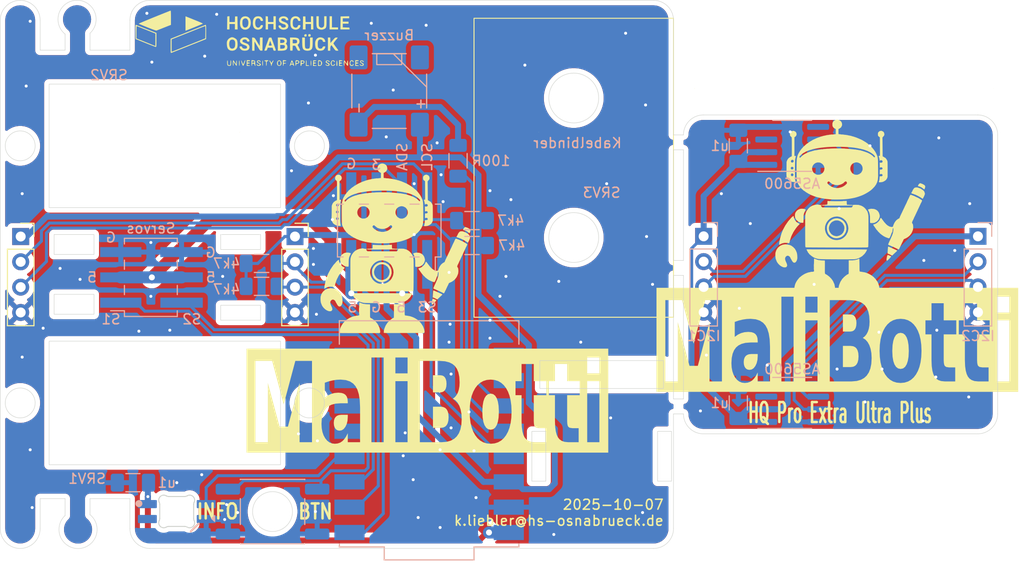
<source format=kicad_pcb>
(kicad_pcb (version 20241229) (generator "pcbnew") (generator_version "9.0")
  (layers (0 "F.Cu" signal) (2 "B.Cu" signal) (13 "F.Paste" user) (15 "B.Paste" user) (5 "F.SilkS" user "F.Silkscreen") (7 "B.SilkS" user "B.Silkscreen") (1 "F.Mask" user) (3 "B.Mask" user) (25 "Edge.Cuts" user))
  (net 0 "")
  (net 2 "GND")
  (net 3 "+5V")
  (net 4 "SRV1")
  (net 5 "SRV2")
  (net 6 "SRV3")
  (net 7 "+3.3V")
  (net 8 "Net-(BZ1--)")
  (net 9 "GND1")
  (net 10 "SDA")
  (net 11 "SCL")
  (net 12 "+3.3VP")
  (net 13 "BUZZER")
  (net 14 "Net-(J3-Pin_3)")
  (net 15 "Net-(J3-Pin_2)")
  (net 16 "Net-(J4-Pin_2)")
  (net 17 "Net-(J4-Pin_3)")
  (net 18 "SCL1")
  (net 19 "SDA1")
  (net 24 "RGB_LED")
  (net 25 "Net-(U1-GPIO9)")
  (footprint "Connector_PinSocket_2.54mm:PinSocket_1x04_P2.54mm_Vertical" (layer "F.Cu") (at 129.55 96.2)
    (property "Reference" "J6" (hide yes))
    (property "Value" "I2C2")
  )
  (footprint "liebler_MECH:SG90_PCB" (layer "F.Cu") (at 110.9 87.1)
    (property "Reference" "SRV2")
    (property "Value" "Servo SG90")
    (fp_rect (start -6 -6.2) (end 17.2 6.2) (stroke (width 0.05)) (fill no) (layer "Edge.Cuts"))
    (fp_circle (center -8.9 0) (end -8.9 -1.5) (stroke (width 0.05)) (fill no) (layer "Edge.Cuts"))
    (fp_circle (center 20.1 0) (end 20.1 -1.5) (stroke (width 0.05)) (fill no) (layer "Edge.Cuts"))
  )
  (footprint "Connector_PinSocket_2.54mm:PinSocket_1x04_P2.54mm_Vertical" (layer "F.Cu") (at 102.05 96.2)
    (property "Reference" "J5" (hide yes))
    (property "Value" "I2C1")
  )
  (footprint "LOGO" (layer "F.Cu") (at 139 97.4)
    (property "Reference" "G***" (hide yes))
    (property "Value" "LOGO" (hide yes))
  )
  (footprint "liebler_MECH:SG90_PCB" (layer "F.Cu") (at 110.9 112.9)
    (property "Reference" "SRV1")
    (property "Value" "Servo SG90")
    (fp_rect (start -6 -6.2) (end 17.2 6.2) (stroke (width 0.05)) (fill no) (layer "Edge.Cuts"))
    (fp_circle (center -8.9 0) (end -8.9 -1.5) (stroke (width 0.05)) (fill no) (layer "Edge.Cuts"))
    (fp_circle (center 20.1 0) (end 20.1 -1.5) (stroke (width 0.05)) (fill no) (layer "Edge.Cuts"))
  )
  (footprint "liebler_MECH:SG90_vertical_PCB" (layer "F.Cu") (at 160.3 110.05 90)
    (property "Reference" "SRV3")
    (property "Value" "Servo SG90")
    (fp_rect (start -10.7 -7) (end -5.7 -5.6) (stroke (width 0.05)) (fill no) (layer "Edge.Cuts"))
    (fp_rect (start -1.4 -6.2) (end 1.4 6.2) (stroke (width 0.05)) (fill no) (layer "Edge.Cuts"))
    (fp_rect (start -10.7 5.6) (end -5.7 7) (stroke (width 0.05)) (fill no) (layer "Edge.Cuts"))
  )
  (footprint "LOGO" (layer "F.Cu") (at 184.6 93)
    (property "Reference" "G***" (hide yes))
    (property "Value" "LOGO" (hide yes))
  )
  (footprint "LOGO" (layer "F.Cu") (at 125 76.3)
    (property "Reference" "G***" (hide yes))
    (property "Value" "LOGO" (hide yes))
  )
  (footprint "liebler_MECH:Hinge_3040" (layer "F.Cu") (at 167.5 89.3)
    (property "Reference" "H1" (hide yes))
    (property "Value" "Hinge3040")
    (fp_circle (center -10 -7) (end -10 -9.5) (stroke (width 0.05)) (fill no) (layer "Edge.Cuts"))
    (fp_circle (center -10 7) (end -10 4.5) (stroke (width 0.05)) (fill no) (layer "Edge.Cuts"))
  )
  (footprint "liebler_OPTO:SK6812MINI-E_REV" (layer "F.Cu") (at 117.7 123.8)
    (property "Reference" "D21" (hide yes))
    (property "Value" "RGB3")
    (fp_line (start -1.709998 -0.712843) (end -1.709998 0.692841) (stroke (width 0.1)) (layer "Edge.Cuts"))
    (fp_line (start -0.804451 1.489999) (end 0.784453 1.489999) (stroke (width 0.1)) (layer "Edge.Cuts"))
    (fp_line (start 0.784453 -1.51) (end -0.804452 -1.51) (stroke (width 0.1)) (layer "Edge.Cuts"))
    (fp_line (start 1.69 0.692841) (end 1.69 -0.712843) (stroke (width 0.1)) (layer "Edge.Cuts"))
    (fp_arc (start -1.759483 -0.929721) (mid -1.722525 -0.82407) (end -1.709998 -0.712844) (stroke (width 0.1)) (layer "Edge.Cuts"))
    (fp_arc (start -1.759483 -0.929721) (mid -1.648071 -1.514036) (end -1.05671 -1.578299) (stroke (width 0.1)) (layer "Edge.Cuts"))
    (fp_arc (start -1.709998 0.692841) (mid -1.722535 0.804064) (end -1.759483 0.909719) (stroke (width 0.1)) (layer "Edge.Cuts"))
    (fp_arc (start -1.05671 1.558298) (mid -1.648071 1.494034) (end -1.759483 0.909718) (stroke (width 0.1)) (layer "Edge.Cuts"))
    (fp_arc (start -1.05671 1.558298) (mid -0.935122 1.507376) (end -0.804451 1.489999) (stroke (width 0.1)) (layer "Edge.Cuts"))
    (fp_arc (start -0.804452 -1.51) (mid -0.935122 -1.527377) (end -1.05671 -1.578299) (stroke (width 0.1)) (layer "Edge.Cuts"))
    (fp_arc (start 0.784453 1.489999) (mid 0.915123 1.507376) (end 1.036711 1.558298) (stroke (width 0.1)) (layer "Edge.Cuts"))
    (fp_arc (start 1.036712 -1.5783) (mid 0.915124 -1.527378) (end 0.784454 -1.510001) (stroke (width 0.1)) (layer "Edge.Cuts"))
    (fp_arc (start 1.036712 -1.5783) (mid 1.628072 -1.514036) (end 1.739485 -0.929721) (stroke (width 0.1)) (layer "Edge.Cuts"))
    (fp_arc (start 1.69 -0.712843) (mid 1.702528 -0.824069) (end 1.739485 -0.929721) (stroke (width 0.1)) (layer "Edge.Cuts"))
    (fp_arc (start 1.739485 0.909719) (mid 1.628071 1.494033) (end 1.036712 1.558296) (stroke (width 0.1)) (layer "Edge.Cuts"))
    (fp_arc (start 1.739485 0.909719) (mid 1.702528 0.804067) (end 1.69 0.692842) (stroke (width 0.1)) (layer "Edge.Cuts"))
  )
  (footprint "liebler_MECH:XDCR_CMT-7525-80-SMT-TR_handsolder" (layer "B.Cu") (at 139 81.6 90)
    (property "Reference" "BZ1" (hide yes))
    (property "Value" "Buzzer")
  )
  (footprint "Connector_PinHeader_2.54mm:PinHeader_2x04_P2.54mm_Vertical_SMD" (layer "B.Cu") (at 139 95.6 90)
    (property "Reference" "J2" (hide yes))
    (property "Value" "Servos & I2C" (hide yes))
  )
  (footprint "Connector_PinHeader_2.54mm:PinHeader_1x04_P2.54mm_Vertical" (layer "B.Cu") (at 170.525 96.18 180)
    (property "Reference" "J3" (hide yes))
    (property "Value" "I2C1")
  )
  (footprint "Capacitor_SMD:C_1206_3216Metric_Pad1.33x1.80mm_HandSolder" (layer "B.Cu") (at 174 112.9 90)
    (property "Reference" "C1" (hide yes))
    (property "Value" "u1")
  )
  (footprint "Connector_PinHeader_2.54mm:PinHeader_2x03_P2.54mm_Vertical_SMD" (layer "B.Cu") (at 115.1 100.3)
    (property "Reference" "J1" (hide yes))
    (property "Value" "Servos")
  )
  (footprint "Connector_PinHeader_2.54mm:PinHeader_1x04_P2.54mm_Vertical" (layer "B.Cu") (at 198.025 96.18 180)
    (property "Reference" "J4" (hide yes))
    (property "Value" "I2C2")
  )
  (footprint "Resistor_SMD:R_1206_3216Metric_Pad1.30x1.75mm_HandSolder" (layer "B.Cu") (at 147.3 94.6)
    (property "Reference" "R3" (hide yes))
    (property "Value" "4k7")
  )
  (footprint "Resistor_SMD:R_1206_3216Metric_Pad1.30x1.75mm_HandSolder" (layer "B.Cu") (at 126.2 98.9 180)
    (property "Reference" "R5" (hide yes))
    (property "Value" "4k7")
  )
  (footprint "Resistor_SMD:R_1206_3216Metric_Pad1.30x1.75mm_HandSolder" (layer "B.Cu") (at 126.2 101.2 180)
    (property "Reference" "R6" (hide yes))
    (property "Value" "4k7")
  )
  (footprint "Capacitor_SMD:C_1206_3216Metric_Pad1.33x1.80mm_HandSolder" (layer "B.Cu") (at 113.3 120.9 180)
    (property "Reference" "C3" (hide yes))
    (property "Value" "u1")
  )
  (footprint "liebler_MODULES:MODULE_ESP32-C3_SUPERMINI" (layer "B.Cu") (at 143 116)
    (property "Reference" "U1" (hide yes))
    (property "Value" "ESP32-C3_SUPERMINI_SMD")
  )
  (footprint "liebler_SEMICONDUCTORS:SOIC-8_3.9x4.9mm_P1.27mm_handsolder" (layer "B.Cu") (at 179.4 112.9)
    (property "Reference" "U3" (hide yes))
    (property "Value" "AS5600")
  )
  (footprint "Capacitor_SMD:C_1206_3216Metric_Pad1.33x1.80mm_HandSolder" (layer "B.Cu") (at 174 87.1 90)
    (property "Reference" "C2" (hide yes))
    (property "Value" "u1")
  )
  (footprint "Resistor_SMD:R_1206_3216Metric_Pad1.30x1.75mm_HandSolder" (layer "B.Cu") (at 147.3 97.1)
    (property "Reference" "R4" (hide yes))
    (property "Value" "4k7")
  )
  (footprint "Resistor_SMD:R_1206_3216Metric_Pad1.30x1.75mm_HandSolder" (layer "B.Cu") (at 145.9 88.6 -90)
    (property "Reference" "R2" (hide yes))
    (property "Value" "100R")
  )
  (footprint "liebler_SEMICONDUCTORS:SOIC-8_3.9x4.9mm_P1.27mm_handsolder" (layer "B.Cu") (at 179.4 87.1)
    (property "Reference" "U2" (hide yes))
    (property "Value" "AS5600")
  )
  (footprint "liebler_MECH:SW_Push_1P1T_NO_6x6mm_H6.5mm_Reverse" (layer "B.Cu") (at 127.3 123.8 180)
    (property "Reference" "SW8" (hide yes))
    (property "Value" "BTN")
    (fp_circle (center 0 0) (end 0 2) (stroke (width 0.05)) (fill no) (layer "Edge.Cuts"))
  )
  (gr_line (start 167.5 98.6) (end 167.5 87.5) (stroke (width 0.05)) (layer "Edge.Cuts"))
  (gr_rect (start 105.4 102) (end 109.4 104) (stroke (width 0.05)) (fill no) (layer "Edge.Cuts"))
  (gr_line (start 167.5 125.5) (end 167.5 114) (stroke (width 0.05)) (layer "Edge.Cuts"))
  (gr_line (start 106.5 75.886605) (end 106.5 77.5) (stroke (width 0.05)) (layer "Edge.Cuts"))
  (gr_line (start 170.5 116) (end 198 116) (stroke (width 0.05)) (layer "Edge.Cuts"))
  (gr_arc (start 170.5 116) (mid 169.085786 115.414214) (end 168.5 114) (stroke (width 0.05)) (layer "Edge.Cuts"))
  (gr_arc (start 106.5 75.886606) (mid 107.633855 72.490649) (end 109 75.8) (stroke (width 0.05)) (layer "Edge.Cuts"))
  (gr_arc (start 104 125.5) (mid 102 127.5) (end 100 125.5) (stroke (width 0.05)) (layer "Edge.Cuts"))
  (gr_line (start 200 114) (end 200 86) (stroke (width 0.05)) (layer "Edge.Cuts"))
  (gr_arc (start 200 114) (mid 199.414214 115.414214) (end 198 116) (stroke (width 0.05)) (layer "Edge.Cuts"))
  (gr_arc (start 113 74.5) (mid 113.585786 73.085786) (end 115 72.5) (stroke (width 0.05)) (layer "Edge.Cuts"))
  (gr_line (start 167.5 86) (end 167.5 74.5) (stroke (width 0.05)) (layer "Edge.Cuts"))
  (gr_line (start 113 122.5) (end 113 125.5) (stroke (width 0.05)) (layer "Edge.Cuts"))
  (gr_rect (start 122.1 96) (end 126.1 97.5) (stroke (width 0.05)) (fill no) (layer "Edge.Cuts"))
  (gr_arc (start 102 72.5) (mid 103.414214 73.085786) (end 104 74.5) (stroke (width 0.05)) (layer "Edge.Cuts"))
  (gr_arc (start 109 124.113394) (mid 107.866145 127.509351) (end 106.5 124.2) (stroke (width 0.05)) (layer "Edge.Cuts"))
  (gr_line (start 104 122.5) (end 106.5 122.5) (stroke (width 0.05)) (layer "Edge.Cuts"))
  (gr_line (start 198 84) (end 170.5 84) (stroke (width 0.05)) (layer "Edge.Cuts"))
  (gr_line (start 104 77.5) (end 104 74.5) (stroke (width 0.05)) (layer "Edge.Cuts"))
  (gr_line (start 168.5 100.1) (end 168.5 112.5) (stroke (width 0.05)) (layer "Edge.Cuts"))
  (gr_line (start 113 77.5) (end 109 77.5) (stroke (width 0.05)) (layer "Edge.Cuts"))
  (gr_line (start 167.5 87.5) (end 168.5 87.5) (stroke (width 0.05)) (layer "Edge.Cuts"))
  (gr_rect (start 122.1 103.1) (end 126.1 104.6) (stroke (width 0.05)) (fill no) (layer "Edge.Cuts"))
  (gr_arc (start 168.5 86) (mid 169.085786 84.585786) (end 170.5 84) (stroke (width 0.05)) (layer "Edge.Cuts"))
  (gr_arc (start 115 127.5) (mid 113.585786 126.914214) (end 113 125.5) (stroke (width 0.05)) (layer "Edge.Cuts"))
  (gr_arc (start 167.5 125.5) (mid 166.914214 126.914214) (end 165.5 127.5) (stroke (width 0.05)) (layer "Edge.Cuts"))
  (gr_line (start 104 125.5) (end 104 122.5) (stroke (width 0.05)) (layer "Edge.Cuts"))
  (gr_line (start 109 122.5) (end 113 122.5) (stroke (width 0.05)) (layer "Edge.Cuts"))
  (gr_line (start 109 124.113395) (end 109 122.5) (stroke (width 0.05)) (layer "Edge.Cuts"))
  (gr_arc (start 165.5 72.5) (mid 166.914214 73.085786) (end 167.5 74.5) (stroke (width 0.05)) (layer "Edge.Cuts"))
  (gr_line (start 167.5 100.1) (end 168.5 100.1) (stroke (width 0.05)) (layer "Edge.Cuts"))
  (gr_line (start 115 127.5) (end 165.5 127.5) (stroke (width 0.05)) (layer "Edge.Cuts"))
  (gr_line (start 167.5 86) (end 168.5 86) (stroke (width 0.05)) (layer "Edge.Cuts"))
  (gr_arc (start 198 84) (mid 199.414214 84.585786) (end 200 86) (stroke (width 0.05)) (layer "Edge.Cuts"))
  (gr_line (start 167.5 98.6) (end 168.5 98.6) (stroke (width 0.05)) (layer "Edge.Cuts"))
  (gr_line (start 106.5 77.5) (end 104 77.5) (stroke (width 0.05)) (layer "Edge.Cuts"))
  (gr_line (start 100 86) (end 100 125.5) (stroke (width 0.05)) (layer "Edge.Cuts"))
  (gr_line (start 167.5 114) (end 168.5 114) (stroke (width 0.05)) (layer "Edge.Cuts"))
  (gr_line (start 167.5 112.5) (end 168.5 112.5) (stroke (width 0.05)) (layer "Edge.Cuts"))
  (gr_line (start 115 72.5) (end 165.5 72.5) (stroke (width 0.05)) (layer "Edge.Cuts"))
  (gr_line (start 109 77.5) (end 109 75.8) (stroke (width 0.05)) (layer "Edge.Cuts"))
  (gr_line (start 100 86) (end 100 74.5) (stroke (width 0.05)) (layer "Edge.Cuts"))
  (gr_line (start 113 74.5) (end 113 77.5) (stroke (width 0.05)) (layer "Edge.Cuts"))
  (gr_rect (start 105.4 96) (end 109.4 98) (stroke (width 0.05)) (fill no) (layer "Edge.Cuts"))
  (gr_line (start 167.5 112.5) (end 167.5 100.1) (stroke (width 0.05)) (layer "Edge.Cuts"))
  (gr_arc (start 100 74.5) (mid 100.585786 73.085786) (end 102 72.5) (stroke (width 0.05)) (layer "Edge.Cuts"))
  (gr_line (start 106.5 122.5) (end 106.5 124.2) (stroke (width 0.05)) (layer "Edge.Cuts"))
  (gr_line (start 168.5 87.5) (end 168.5 98.6) (stroke (width 0.05)) (layer "Edge.Cuts"))
  (gr_text "INFO\n" (at 121.8 123.8 0) (layer "F.SilkS") (effects (font (size 1.5 1.2) (thickness 0.25) (bold yes))))
  (gr_text "2025-10-07\nk.liebler@hs-osnabrueck.de" (at 166.6 125.3 0) (layer "F.SilkS") (effects (font (size 1 1)) (justify right bottom)))
  (gr_text "MaliBotti" (at 183.9 112.1 0) (layer "F.SilkS" knockout) (effects (font (size 8 5) (thickness 0.5) (bold yes)) (justify bottom)))
  (gr_text "MaliBotti" (at 142.8 118.2 0) (layer "F.SilkS" knockout) (effects (font (size 8 5) (thickness 0.5) (bold yes)) (justify bottom)))
  (gr_text "HQ Pro Extra Ultra Plus" (at 184.2 113.9 0) (layer "F.SilkS") (effects (font (size 2 1) (thickness 0.25) (bold yes))))
  (gr_text "SDA" (at 140.3 88.2 90) (layer "B.SilkS") (effects (font (size 1 1)) (justify mirror)))
  (gr_text "Kabelbinder" (at 162.4 87.4 0) (layer "B.SilkS") (effects (font (size 1 1)) (justify left bottom mirror)))
  (gr_text "S3" (at 142.8 103.3 0) (layer "B.SilkS") (effects (font (size 1 1)) (justify mirror)))
  (gr_text "S2" (at 119.2 104.5 0) (layer "B.SilkS") (effects (font (size 1 1)) (justify mirror)))
  (gr_text "G" (at 111.1 96.3 0) (layer "B.SilkS") (effects (font (size 1 1)) (justify mirror)))
  (gr_text "G" (at 135.2 88.9 0) (layer "B.SilkS") (effects (font (size 1 1)) (justify mirror)))
  (gr_text "3" (at 137.7 89 0) (layer "B.SilkS") (effects (font (size 1 1)) (justify mirror)))
  (gr_text "5" (at 121.1 100.3 0) (layer "B.SilkS") (effects (font (size 1 1)) (justify mirror)))
  (gr_text "SCL" (at 142.8 88.2 90) (layer "B.SilkS") (effects (font (size 1 1)) (justify mirror)))
  (gr_text "5" (at 140.2 103.3 0) (layer "B.SilkS") (effects (font (size 1 1)) (justify mirror)))
  (gr_text "5" (at 135.3 103.3 0) (layer "B.SilkS") (effects (font (size 1 1)) (justify mirror)))
  (gr_text "5" (at 109.2 100.3 0) (layer "B.SilkS") (effects (font (size 1 1)) (justify mirror)))
  (gr_text "S1" (at 111.1 104.5 0) (layer "B.SilkS") (effects (font (size 1 1)) (justify mirror)))
  (gr_text "G" (at 121.1 97.8 0) (layer "B.SilkS") (effects (font (size 1 1)) (justify mirror)))
  (gr_text "G" (at 137.7 103.3 0) (layer "B.SilkS") (effects (font (size 1 1)) (justify mirror)))
  (via (at 115.2 78.7) (size 0.6) (drill 0.3) (layers "F.Cu" "B.Cu") (net 2))
  (via (at 131.7 104) (size 0.6) (drill 0.3) (layers "F.Cu" "B.Cu") (net 2))
  (via (at 122.7 123.1) (size 0.6) (drill 0.3) (layers "F.Cu" "B.Cu") (net 2))
  (via (at 131.6 78) (size 0.6) (drill 0.3) (layers "F.Cu" "B.Cu") (net 2))
  (via (at 114.7 73.8) (size 0.6) (drill 0.3) (layers "F.Cu" "B.Cu") (net 2))
  (via (at 145 99.8) (size 0.6) (drill 0.3) (layers "F.Cu" "B.Cu") (net 2))
  (via (at 129.2 89.6) (size 0.6) (drill 0.3) (layers "F.Cu" "B.Cu") (net 2))
  (via (at 164.7 83) (size 0.6) (drill 0.3) (layers "F.Cu" "B.Cu") (net 2))
  (via (at 130.9 82.8) (size 0.6) (drill 0.3) (layers "F.Cu" "B.Cu") (net 2))
  (via (at 164.8 96.2) (size 0.6) (drill 0.3) (layers "F.Cu" "B.Cu") (net 2))
  (via (at 152.6 79) (size 0.6) (drill 0.3) (layers "F.Cu" "B.Cu") (net 2))
  (via (at 144.4 92.7) (size 0.6) (drill 0.3) (layers "F.Cu" "B.Cu") (net 2))
  (via (at 162.7 75.8) (size 0.6) (drill 0.3) (layers "F.Cu" "B.Cu") (net 2))
  (via (at 149.1 106.4) (size 0.6) (drill 0.3) (layers "F.Cu" "B.Cu") (net 2))
  (via (at 149.1 104.6) (size 0.6) (drill 0.3) (layers "F.Cu" "B.Cu") (net 2))
  (via (at 145.2 115.4) (size 0.6) (drill 0.3) (layers "F.Cu" "B.Cu") (net 2))
  (via (at 158.2 106.8) (size 0.6) (drill 0.3) (layers "F.Cu" "B.Cu") (net 2))
  (via (at 131.6 123.8) (size 0.6) (drill 0.3) (layers "F.Cu" "B.Cu") (net 2))
  (via (at 131.8 116.7) (size 0.6) (drill 0.3) (layers "F.Cu" "B.Cu") (net 2))
  (via (at 104.3 105.4) (size 0.6) (drill 0.3) (layers "F.Cu" "B.Cu") (net 2))
  (via (at 145 106.8) (size 0.6) (drill 0.3) (layers "F.Cu" "B.Cu") (net 2))
  (via (at 142.7 75) (size 0.6) (drill 0.3) (layers "F.Cu" "B.Cu") (net 2))
  (via (at 120.5 78.1) (size 0.6) (drill 0.3) (layers "F.Cu" "B.Cu") (net 2))
  (via (at 141.9 124.4) (size 0.6) (drill 0.3) (layers "F.Cu" "B.Cu") (net 2))
  (via (at 113.9 105.7) (size 0.6) (drill 0.3) (layers "F.Cu" "B.Cu") (net 2))
  (via (at 123.8 123.9) (size 0.6) (drill 0.3) (layers "F.Cu" "B.Cu") (net 2))
  (via (at 161.2 114.4) (size 0.6) (drill 0.3) (layers "F.Cu" "B.Cu") (net 2))
  (via (at 139.4 81.5) (size 0.6) (drill 0.3) (layers "F.Cu" "B.Cu") (net 2))
  (via (at 144.2 90) (size 0.6) (drill 0.3) (layers "F.Cu" "B.Cu") (net 2))
  (via (at 103.2 123.4) (size 0.6) (drill 0.3) (layers "F.Cu" "B.Cu") (net 2))
  (via (at 150.1 102.2) (size 0.6) (drill 0.3) (layers "F.Cu" "B.Cu") (net 2))
  (via (at 102.2 91.9) (size 0.6) (drill 0.3) (layers "F.Cu" "B.Cu") (net 2))
  (via (at 117 105.6) (size 0.6) (drill 0.3) (layers "F.Cu" "B.Cu") (net 2))
  (via (at 103 74.6) (size 0.6) (drill 0.3) (layers "F.Cu" "B.Cu") (net 2))
  (via (at 165.4 101) (size 0.6) (drill 0.3) (layers "F.Cu" "B.Cu") (net 2))
  (via (at 115.1 102.2) (size 0.6) (drill 0.3) (layers "F.Cu" "B.Cu") (net 2))
  (via (at 160.8 90.9) (size 0.6) (drill 0.3) (layers "F.Cu" "B.Cu") (net 2))
  (via (at 141.4 120.6) (size 0.6) (drill 0.3) (layers "F.Cu" "B.Cu") (net 2))
  (via (at 143.8 86.8) (size 0.6) (drill 0.3) (layers "F.Cu" "B.Cu") (net 2))
  (via (at 129.9 116) (size 0.6) (drill 0.3) (layers "F.Cu" "B.Cu") (net 2))
  (via (at 122.3 100.2) (size 0.6) (drill 0.3) (layers "F.Cu" "B.Cu") (net 2))
  (via (at 137.2 74.8) (size 0.6) (drill 0.3) (layers "F.Cu" "B.Cu") (net 2))
  (via (at 115.1 96.8) (size 0.6) (drill 0.3) (layers "F.Cu" "B.Cu") (net 2))
  (via (at 117.7 120.9) (size 0.6) (drill 0.3) (layers "F.Cu" "B.Cu") (net 2))
  (via (at 164.4 123.9) (size 0.6) (drill 0.3) (layers "F.Cu" "B.Cu") (net 2))
  (via (at 121.7 73.9) (size 0.6) (drill 0.3) (layers "F.Cu" "B.Cu") (net 2))
  (via (at 140.4 118.2) (size 0.6) (drill 0.3) (layers "F.Cu" "B.Cu") (net 2))
  (via (at 106 99.4) (size 0.6) (drill 0.3) (layers "F.Cu" "B.Cu") (net 2))
  (via (at 108 100.5) (size 0.6) (drill 0.3) (layers "F.Cu" "B.Cu") (net 2))
  (via (at 145.2 110) (size 0.6) (drill 0.3) (layers "F.Cu" "B.Cu") (net 2))
  (via (at 131.4 97.4) (size 0.6) (drill 0.3) (layers "F.Cu" "B.Cu") (net 2))
  (via (at 145.1 105) (size 0.6) (drill 0.3) (layers "F.Cu" "B.Cu") (net 2))
  (via (at 147 113.8) (size 0.6) (drill 0.3) (layers "F.Cu" "B.Cu") (net 2))
  (via (at 155.5 126.1) (size 0.6) (drill 0.3) (layers "F.Cu" "B.Cu") (net 2))
  (via (at 103 117.6) (size 0.6) (drill 0.3) (layers "F.Cu" "B.Cu") (net 2))
  (via (at 102.6 81.1) (size 0.6) (drill 0.3) (layers "F.Cu" "B.Cu") (net 2))
  (via (at 144.1 117.6) (size 0.6) (drill 0.3) (layers "F.Cu" "B.Cu") (net 2))
  (via (at 147.5 117.7) (size 0.6) (drill 0.3) (layers "F.Cu" "B.Cu") (net 2))
  (via (at 140.6 115.9) (size 0.6) (drill 0.3) (layers "F.Cu" "B.Cu") (net 2))
  (via (at 138.7 86.2) (size 0.6) (drill 0.3) (layers "F.Cu" "B.Cu") (net 2))
  (via (at 144.1 125.4) (size 0.6) (drill 0.3) (layers "F.Cu" "B.Cu") (net 2))
  (via (at 133.3 94.5) (size 0.6) (drill 0.3) (layers "F.Cu" "B.Cu") (net 2))
  (via (at 151.2 92.5) (size 0.6) (drill 0.3) (layers "F.Cu" "B.Cu") (net 2))
  (via (at 141.5 90.9) (size 0.6) (drill 0.3) (layers "F.Cu" "B.Cu") (net 2))
  (via (at 102.2 108.3) (size 0.6) (drill 0.3) (layers "F.Cu" "B.Cu") (net 2))
  (via (at 147.7 122.4) (size 0.6) (drill 0.3) (layers "F.Cu" "B.Cu") (net 2))
  (via (at 141.5 96) (size 0.6) (drill 0.3) (layers "F.Cu" "B.Cu") (net 2))
  (via (at 122.5 124.6) (size 0.6) (drill 0.3) (layers "F.Cu" "B.Cu") (net 2))
  (via (at 156 100.7) (size 0.6) (drill 0.3) (layers "F.Cu" "B.Cu") (net 2))
  (via (at 150.7 100.2) (size 0.6) (drill 0.3) (layers "F.Cu" "B.Cu") (net 2))
  (via (at 131.4 99) (size 0.6) (drill 0.3) (layers "F.Cu" "B.Cu") (net 2))
  (via (at 133.4 92.1) (size 0.6) (drill 0.3) (layers "F.Cu" "B.Cu") (net 2))
  (via (at 120.2 120.1) (size 0.6) (drill 0.3) (layers "F.Cu" "B.Cu") (net 2))
  (via (at 149.1 91.6) (size 0.6) (drill 0.3) (layers "F.Cu" "B.Cu") (net 2))
  (segment (start 122.45 124.55) (end 122.5 124.6) (width 0.6) (layer "B.Cu") (net 2))
  (segment (start 120.65 124.55) (end 122.45 124.55) (width 0.6) (layer "B.Cu") (net 2))
  (segment (start 136.4 92.2) (end 136.396 92.204) (width 0.6) (layer "B.Cu") (net 2))
  (segment (start 122.825 124.925) (end 122.5 124.6) (width 0.6) (layer "B.Cu") (net 2))
  (segment (start 122.825 126.05) (end 122.825 124.925) (width 0.6) (layer "B.Cu") (net 2))
  (segment (start 135.194 92.204) (end 136.396 92.204) (width 0.6) (layer "B.Cu") (net 2))
  (segment (start 131.201 94.549) (end 133.1 96.448) (width 1.2) (layer "F.Cu") (net 3))
  (segment (start 140.3 101.9) (end 143 104.6) (width 1.2) (layer "F.Cu") (net 3))
  (segment (start 148.001 126.699) (end 129.062213 126.699) (width 0.6) (layer "F.Cu") (net 3))
  (segment (start 120.951 94.549) (end 131.201 94.549) (width 1.2) (layer "F.Cu") (net 3))
  (segment (start 143 119.9) (end 149 125.9) (width 1.2) (layer "F.Cu") (net 3))
  (segment (start 149 125.9) (end 148.8 125.9) (width 0.6) (layer "F.Cu") (net 3))
  (segment (start 115.3 126.3) (end 114.8 125.8) (width 0.6) (layer "F.Cu") (net 3))
  (segment (start 118.6 126.699) (end 115.699 126.699) (width 0.6) (layer "F.Cu") (net 3))
  (segment (start 133.1 99.8) (end 135.2 101.9) (width 1.2) (layer "F.Cu") (net 3))
  (segment (start 114.8 125.8) (end 114.8 122.3) (width 0.6) (layer "F.Cu") (net 3))
  (segment (start 129.062213 126.699) (end 118.6 126.699) (width 0.6) (layer "F.Cu") (net 3))
  (segment (start 115.2 100.3) (end 120.951 94.549) (width 1.2) (layer "F.Cu") (net 3))
  (segment (start 148.8 125.9) (end 148.001 126.699) (width 0.6) (layer "F.Cu") (net 3))
  (segment (start 115.699 126.699) (end 115.3 126.3) (width 0.6) (layer "F.Cu") (net 3))
  (segment (start 133.1 96.448) (end 133.1 99.8) (width 1.2) (layer "F.Cu") (net 3))
  (segment (start 143 104.6) (end 143 119.9) (width 1.2) (layer "F.Cu") (net 3))
  (segment (start 140.3 101.9) (end 135.2 101.9) (width 1.2) (layer "F.Cu") (net 3))
  (via (at 140.3 101.9) (size 1.2) (drill 0.6) (layers "F.Cu" "B.Cu") (net 3))
  (via (at 135.2 101.9) (size 1.2) (drill 0.6) (layers "F.Cu" "B.Cu") (net 3))
  (via (at 115.2 100.3) (size 1.2) (drill 0.6) (layers "F.Cu" "B.Cu") (net 3))
  (via (at 114.8 122.3) (size 0.6) (drill 0.3) (layers "F.Cu" "B.Cu") (net 3))
  (via (at 149 125.9) (size 1.2) (drill 0.6) (layers "F.Cu" "B.Cu") (net 3))
  (segment (start 114.8 122.3) (end 114.8 123) (width 0.6) (layer "B.Cu") (net 3))
  (segment (start 150.985 125.9) (end 149 125.9) (width 1.2) (layer "B.Cu") (net 3))
  (segment (start 114.8 122.3) (end 114.8 120.9625) (width 0.6) (layer "B.Cu") (net 3))
  (segment (start 135.2 101.9) (end 135.2 99.01) (width 1.2) (layer "B.Cu") (net 3))
  (segment (start 114.8 120.9625) (end 114.8625 120.9) (width 0.6) (layer "B.Cu") (net 3))
  (segment (start 140.3 99.026) (end 140.27 98.996) (width 1.2) (layer "B.Cu") (net 3))
  (segment (start 140.3 101.9) (end 140.3 99.026) (width 1.2) (layer "B.Cu") (net 3))
  (segment (start 135.2 99.01) (end 135.186 98.996) (width 1.2) (layer "B.Cu") (net 3))
  (segment (start 115.2 100.3) (end 118.1745 100.3) (width 1.2) (layer "B.Cu") (net 3))
  (segment (start 115.2 100.3) (end 112.085 100.3) (width 1.2) (layer "B.Cu") (net 3))
  (segment (start 118.1745 100.3) (end 118.1785 100.296) (width 1.2) (layer "B.Cu") (net 3))
  (segment (start 136.8785 107.10406) (end 136.8785 112.087) (width 0.3) (layer "B.Cu") (net 4))
  (segment (start 112.085 102.836) (end 113.636 102.836) (width 0.3) (layer "B.Cu") (net 4))
  (segment (start 114.491 103.691) (end 118.891 103.691) (width 0.3) (layer "B.Cu") (net 4))
  (segment (start 118.891 103.691) (end 121.248999 106.049) (width 0.3) (layer "B.Cu") (net 4))
  (segment (start 135.82344 106.049) (end 136.8785 107.10406) (width 0.3) (layer "B.Cu") (net 4))
  (segment (start 135.7655 113.2) (end 135.015 113.2) (width 0.3) (layer "B.Cu") (net 4))
  (segment (start 113.636 102.836) (end 114.491 103.691) (width 0.3) (layer "B.Cu") (net 4))
  (segment (start 121.248999 106.049) (end 135.82344 106.049) (width 0.3) (layer "B.Cu") (net 4))
  (segment (start 136.8785 112.087) (end 135.7655 113.2) (width 0.3) (layer "B.Cu") (net 4))
  (segment (start 118.79 103.19) (end 119.09852 103.19) (width 0.3) (layer "B.Cu") (net 5))
  (segment (start 136.160021 120.82) (end 135.015 120.82) (width 0.3) (layer "B.Cu") (net 5))
  (segment (start 119.09852 103.19) (end 121.45652 105.548) (width 0.3) (layer "B.Cu") (net 5))
  (segment (start 118.436 102.836) (end 118.79 103.19) (width 0.3) (layer "B.Cu") (net 5))
  (segment (start 121.45652 105.548) (end 136.03096 105.548) (width 0.3) (layer "B.Cu") (net 5))
  (segment (start 118.1785 102.836) (end 118.436 102.836) (width 0.3) (layer "B.Cu") (net 5))
  (segment (start 136.03096 105.548) (end 137.4 106.91704) (width 0.3) (layer "B.Cu") (net 5))
  (segment (start 137.4 106.91704) (end 137.4 119.580021) (width 0.3) (layer "B.Cu") (net 5))
  (segment (start 137.4 119.580021) (end 136.160021 120.82) (width 0.3) (layer "B.Cu") (net 5))
  (segment (start 150.985 118.28) (end 150.2345 118.28) (width 0.3) (layer "B.Cu") (net 6))
  (segment (start 143.2 100.09) (end 142.806 99.696) (width 0.3) (layer "B.Cu") (net 6))
  (segment (start 150.2345 118.28) (end 143.2 111.2455) (width 0.3) (layer "B.Cu") (net 6))
  (segment (start 143.2 111.2455) (end 143.2 100.09) (width 0.3) (layer "B.Cu") (net 6))
  (segment (start 142.075 88.23) (end 142.075 84.975) (width 0.6) (layer "B.Cu") (net 7))
  (segment (start 104.845174 94.197) (end 127.673826 94.197) (width 0.6) (layer "B.Cu") (net 7))
  (segment (start 151.669 120.82) (end 152.4 121.551) (width 0.6) (layer "B.Cu") (net 7))
  (segment (start 148.452786 120.82) (end 150.985 120.82) (width 0.6) (layer "B.Cu") (net 7))
  (segment (start 146.155 88.255) (end 142.1 88.255) (width 0.6) (layer "B.Cu") (net 7))
  (segment (start 152.4 121.551) (end 155.031785 121.551) (width 0.6) (layer "B.Cu") (net 7))
  (segment (start 124.65 98.9) (end 125.820653 98.9) (width 0.3) (layer "B.Cu") (net 7))
  (segment (start 140.6 88.255) (end 133.915827 88.255) (width 0.6) (layer "B.Cu") (net 7))
  (segment (start 147.951 90.051) (end 146.155 88.255) (width 0.6) (layer "B.Cu") (net 7))
  (segment (start 124.65 101.2) (end 124.65 98.9) (width 0.3) (layer "B.Cu") (net 7))
  (segment (start 137.734 92.204) (end 137.734 95.034) (width 0.6) (layer "B.Cu") (net 7))
  (segment (start 133.915827 88.255) (end 128.901 93.269826) (width 0.6) (layer "B.Cu") (net 7))
  (segment (start 129.701 96.049) (end 129.55 96.2) (width 0.6) (layer "B.Cu") (net 7))
  (segment (start 155.031785 121.551) (end 155.6 120.982785) (width 0.6) (layer "B.Cu") (net 7))
  (segment (start 147.951 102.051) (end 147.951 97.1) (width 0.6) (layer "B.Cu") (net 7))
  (segment (start 128.520653 96.2) (end 129.55 96.2) (width 0.3) (layer "B.Cu") (net 7))
  (segment (start 149.15 103.25) (end 147.951 102.051) (width 0.6) (layer "B.Cu") (net 7))
  (segment (start 141.7 114.067214) (end 148.452786 120.82) (width 0.6) (layer "B.Cu") (net 7))
  (segment (start 142.1 88.255) (end 142.075 88.23) (width 0.6) (layer "B.Cu") (net 7))
  (segment (start 102.05 96.2) (end 102.650174 96.2) (width 0.6) (layer "B.Cu") (net 7))
  (segment (start 152.9985 107.0985) (end 149.15 103.25) (width 0.6) (layer "B.Cu") (net 7))
  (segment (start 128.403 93.997) (end 127.7 93.997) (width 0.3) (layer "B.Cu") (net 7))
  (segment (start 137.734 95.066) (end 136.751 96.049) (width 0.6) (layer "B.Cu") (net 7))
  (segment (start 137.734 95.034) (end 138.731 96.031) (width 0.6) (layer "B.Cu") (net 7))
  (segment (start 125.820653 98.9) (end 128.520653 96.2) (width 0.3) (layer "B.Cu") (net 7))
  (segment (start 150.985 120.82) (end 151.669 120.82) (width 0.6) (layer "B.Cu") (net 7))
  (segment (start 138.731 96.031) (end 138.731 103.431) (width 0.6) (layer "B.Cu") (net 7))
  (segment (start 104.749174 94.101) (end 104.845174 94.197) (width 0.6) (layer "B.Cu") (net 7))
  (segment (start 142.1 88.255) (end 140.6 88.255) (width 0.6) (layer "B.Cu") (net 7))
  (segment (start 128.901 93.269826) (end 128.901 93.499) (width 0.3) (layer "B.Cu") (net 7))
  (segment (start 147.951 97.1) (end 147.951 94.6) (width 0.6) (layer "B.Cu") (net 7))
  (segment (start 155.6 120.982785) (end 155.6 115.5) (width 0.6) (layer "B.Cu") (net 7))
  (segment (start 137.734 92.204) (end 137.734 95.066) (width 0.6) (layer "B.Cu") (net 7))
  (segment (start 136.751 96.049) (end 129.701 96.049) (width 0.6) (layer "B.Cu") (net 7))
  (segment (start 147.951 94.6) (end 147.951 90.051) (width 0.6) (layer "B.Cu") (net 7))
  (segment (start 148.85 97.1) (end 147.951 97.1) (width 0.6) (layer "B.Cu") (net 7))
  (segment (start 141.7 106.4) (end 141.7 114.067214) (width 0.6) (layer "B.Cu") (net 7))
  (segment (start 152.9985 112.8985) (end 152.9985 107.0985) (width 0.6) (layer "B.Cu") (net 7))
  (segment (start 148.85 94.6) (end 147.951 94.6) (width 0.6) (layer "B.Cu") (net 7))
  (segment (start 155.6 115.5) (end 152.9985 112.8985) (width 0.6) (layer "B.Cu") (net 7))
  (segment (start 138.731 103.431) (end 141.7 106.4) (width 0.6) (layer "B.Cu") (net 7))
  (segment (start 128.901 93.499) (end 128.403 93.997) (width 0.3) (layer "B.Cu") (net 7))
  (segment (start 102.650174 96.2) (end 104.749174 94.101) (width 0.6) (layer "B.Cu") (net 7))
  (segment (start 137.5 83.2) (end 135.925 84.775) (width 0.6) (layer "B.Cu") (net 8))
  (segment (start 145.9 87.05) (end 145.9 85) (width 0.6) (layer "B.Cu") (net 8))
  (segment (start 145.9 85) (end 144.1 83.2) (width 0.6) (layer "B.Cu") (net 8))
  (segment (start 135.925 84.775) (end 135.925 84.975) (width 0.6) (layer "B.Cu") (net 8))
  (segment (start 144.1 83.2) (end 137.5 83.2) (width 0.6) (layer "B.Cu") (net 8))
  (via (at 197.1 112.3) (size 0.6) (drill 0.3) (layers "F.Cu" "B.Cu") (net 9))
  (via (at 181.6 101) (size 0.6) (drill 0.3) (layers "F.Cu" "B.Cu") (net 9))
  (via (at 184.1 93.4) (size 0.6) (drill 0.3) (layers "F.Cu" "B.Cu") (net 9))
  (via (at 187.2 87.1) (size 0.6) (drill 0.3) (layers "F.Cu" "B.Cu") (net 9))
  (via (at 197.2 92.9) (size 0.6) (drill 0.3) (layers "F.Cu" "B.Cu") (net 9))
  (via (at 174.1 103.4) (size 0.6) (drill 0.3) (layers "F.Cu" "B.Cu") (net 9))
  (via (at 192.6 98.6) (size 0.6) (drill 0.3) (layers "F.Cu" "B.Cu") (net 9))
  (via (at 193.9 105.6) (size 0.6) (drill 0.3) (layers "F.Cu" "B.Cu") (net 9))
  (via (at 188.1 105.8) (size 0.6) (drill 0.3) (layers "F.Cu" "B.Cu") (net 9))
  (via (at 194.1 86.3) (size 0.6) (drill 0.3) (layers "F.Cu" "B.Cu") (net 9))
  (via (at 170.8 108.1) (size 0.6) (drill 0.3) (layers "F.Cu" "B.Cu") (net 9))
  (via (at 179.2 85.7) (size 0.6) (drill 0.3) (layers "F.Cu" "B.Cu") (net 9))
  (via (at 176.9 109.1) (size 0.6) (drill 0.3) (layers "F.Cu" "B.Cu") (net 9))
  (via (at 172.3 91.9) (size 0.6) (drill 0.3) (layers "F.Cu" "B.Cu") (net 9))
  (via (at 188.4 109.5) (size 0.6) (drill 0.3) (layers "F.Cu" "B.Cu") (net 9))
  (via (at 195.7 97.6) (size 0.6) (drill 0.3) (layers "F.Cu" "B.Cu") (net 9))
  (via (at 170.2 113.7) (size 0.6) (drill 0.3) (layers "F.Cu" "B.Cu") (net 9))
  (via (at 193.8 110.3) (size 0.6) (drill 0.3) (layers "F.Cu" "B.Cu") (net 9))
  (via (at 175.2 94.9) (size 0.6) (drill 0.3) (layers "F.Cu" "B.Cu") (net 9))
  (via (at 183.9 109.5) (size 0.6) (drill 0.3) (layers "F.Cu" "B.Cu") (net 9))
  (via (at 186.7 112.8) (size 0.6) (drill 0.3) (layers "F.Cu" "B.Cu") (net 9))
  (via (at 192.5 114.7) (size 0.6) (drill 0.3) (layers "F.Cu" "B.Cu") (net 9))
  (segment (start 176.8 109.2) (end 176.9 109.1) (width 0.6) (layer "B.Cu") (net 9))
  (segment (start 176.8 110.995) (end 176.8 109.2) (width 0.6) (layer "B.Cu") (net 9))
  (segment (start 178.695 85.195) (end 179.2 85.7) (width 0.6) (layer "B.Cu") (net 9))
  (segment (start 174.3425 85.195) (end 174 85.5375) (width 0.6) (layer "B.Cu") (net 9))
  (segment (start 174.3425 110.995) (end 174 111.3375) (width 0.6) (layer "B.Cu") (net 9))
  (segment (start 176.8 85.195) (end 178.695 85.195) (width 0.6) (layer "B.Cu") (net 9))
  (segment (start 176.8 110.995) (end 174.3425 110.995) (width 0.6) (layer "B.Cu") (net 9))
  (segment (start 176.8 85.195) (end 174.3425 85.195) (width 0.6) (layer "B.Cu") (net 9))
  (segment (start 128.501 94.999) (end 128.151 95.349) (width 0.3) (layer "B.Cu") (net 10))
  (segment (start 143.651 95.001) (end 141.101 95.001) (width 0.3) (layer "B.Cu") (net 10))
  (segment (start 150.419346 115.74) (end 146.25 111.570654) (width 0.3) (layer "B.Cu") (net 10))
  (segment (start 105.130347 95.349) (end 104.63 95.849347) (width 0.3) (layer "B.Cu") (net 10))
  (segment (start 128.151 95.349) (end 105.130347 95.349) (width 0.3) (layer "B.Cu") (net 10))
  (segment (start 146.25 97.6) (end 145.75 97.1) (width 0.3) (layer "B.Cu") (net 10))
  (segment (start 104.63 98.7) (end 102.05 101.28) (width 0.3) (layer "B.Cu") (net 10))
  (segment (start 134.516 89.407) (end 128.924 94.999) (width 0.3) (layer "B.Cu") (net 10))
  (segment (start 146.25 111.570654) (end 146.25 97.6) (width 0.3) (layer "B.Cu") (net 10))
  (segment (start 150.985 115.74) (end 150.419346 115.74) (width 0.3) (layer "B.Cu") (net 10))
  (segment (start 140.274 92.204) (end 140.274 91.092) (width 0.3) (layer "B.Cu") (net 10))
  (segment (start 138.589 89.407) (end 134.516 89.407) (width 0.3) (layer "B.Cu") (net 10))
  (segment (start 104.63 95.849347) (end 104.63 98.7) (width 0.3) (layer "B.Cu") (net 10))
  (segment (start 141.101 95.001) (end 140.274 94.174) (width 0.3) (layer "B.Cu") (net 10))
  (segment (start 128.924 94.999) (end 128.501 94.999) (width 0.3) (layer "B.Cu") (net 10))
  (segment (start 140.274 91.092) (end 138.589 89.407) (width 0.3) (layer "B.Cu") (net 10))
  (segment (start 145.75 97.1) (end 143.651 95.001) (width 0.3) (layer "B.Cu") (net 10))
  (segment (start 140.274 94.174) (end 140.274 92.204) (width 0.3) (layer "B.Cu") (net 10))
  (segment (start 104.129 96.661) (end 102.05 98.74) (width 0.3) (layer "B.Cu") (net 11))
  (segment (start 145.4 94.5) (end 142.806 94.5) (width 0.3) (layer "B.Cu") (net 11))
  (segment (start 145.5 94.6) (end 145.4 94.5) (width 0.3) (layer "B.Cu") (net 11))
  (segment (start 145.75 94.6) (end 145.5 94.6) (width 0.3) (layer "B.Cu") (net 11))
  (segment (start 134.308479 88.906) (end 128.716479 94.498) (width 0.3) (layer "B.Cu") (net 11))
  (segment (start 146.751 95.601) (end 145.75 94.6) (width 0.3) (layer "B.Cu") (net 11))
  (segment (start 146.751 109.751) (end 146.751 95.601) (width 0.3) (layer "B.Cu") (net 11))
  (segment (start 141.45 88.906) (end 134.308479 88.906) (width 0.3) (layer "B.Cu") (net 11))
  (segment (start 104.922826 94.848) (end 104.129 95.641827) (width 0.3) (layer "B.Cu") (net 11))
  (segment (start 142.806 90.262) (end 141.45 88.906) (width 0.3) (layer "B.Cu") (net 11))
  (segment (start 128.716479 94.498) (end 128.293479 94.498) (width 0.3) (layer "B.Cu") (net 11))
  (segment (start 104.129 95.641827) (end 104.129 96.661) (width 0.3) (layer "B.Cu") (net 11))
  (segment (start 150.2 113.2) (end 146.751 109.751) (width 0.3) (layer "B.Cu") (net 11))
  (segment (start 142.806 92.204) (end 142.806 90.262) (width 0.3) (layer "B.Cu") (net 11))
  (segment (start 142.806 94.5) (end 142.806 92.204) (width 0.3) (layer "B.Cu") (net 11))
  (segment (start 127.94348 94.848) (end 104.922826 94.848) (width 0.3) (layer "B.Cu") (net 11))
  (segment (start 128.293479 94.498) (end 127.94348 94.848) (width 0.3) (layer "B.Cu") (net 11))
  (segment (start 150.985 113.2) (end 150.2 113.2) (width 0.3) (layer "B.Cu") (net 11))
  (segment (start 191.699346 96.18) (end 198.025 96.18) (width 0.6) (layer "B.Cu") (net 12))
  (segment (start 169.324 97.381) (end 170.525 96.18) (width 0.3) (layer "B.Cu") (net 12))
  (segment (start 169.324 109.7865) (end 169.324 97.381) (width 0.3) (layer "B.Cu") (net 12))
  (segment (start 174 88.6625) (end 170.525 92.1375) (width 0.6) (layer "B.Cu") (net 12))
  (segment (start 174.3425 89.005) (end 174 88.6625) (width 0.6) (layer "B.Cu") (net 12))
  (segment (start 169.301 105.1) (end 169.301 105.101) (width 0.6) (layer "B.Cu") (net 12))
  (segment (start 176.8 114.805) (end 174.3425 114.805) (width 0.6) (layer "B.Cu") (net 12))
  (segment (start 174.9275 87.735) (end 174 88.6625) (width 0.6) (layer "B.Cu") (net 12))
  (segment (start 169.301 109.7635) (end 169.301 105.1) (width 0.6) (layer "B.Cu") (net 12))
  (segment (start 174 114.4625) (end 171.91875 112.38125) (width 0.3) (layer "B.Cu") (net 12))
  (segment (start 176.8 87.735) (end 174.9275 87.735) (width 0.6) (layer "B.Cu") (net 12))
  (segment (start 174.9275 113.535) (end 174 114.4625) (width 0.6) (layer "B.Cu") (net 12))
  (segment (start 171.91875 112.38125) (end 169.324 109.7865) (width 0.3) (layer "B.Cu") (net 12))
  (segment (start 174 114.4625) (end 169.301 109.7635) (width 0.6) (layer "B.Cu") (net 12))
  (segment (start 176.8 113.535) (end 178.283653 113.535) (width 0.6) (layer "B.Cu") (net 12))
  (segment (start 176.8 113.535) (end 174.9275 113.535) (width 0.6) (layer "B.Cu") (net 12))
  (segment (start 178.283653 113.535) (end 178.949 112.869653) (width 0.6) (layer "B.Cu") (net 12))
  (segment (start 178.949 108.930346) (end 191.699346 96.18) (width 0.6) (layer "B.Cu") (net 12))
  (segment (start 176.8 89.005) (end 174.3425 89.005) (width 0.6) (layer "B.Cu") (net 12))
  (segment (start 174.3425 114.805) (end 174 114.4625) (width 0.6) (layer "B.Cu") (net 12))
  (segment (start 178.949 112.869653) (end 178.949 108.930346) (width 0.6) (layer "B.Cu") (net 12))
  (segment (start 170.525 96.18) (end 170.525 92.1375) (width 0.6) (layer "B.Cu") (net 12))
  (segment (start 147.3 90.8) (end 146.65 90.15) (width 0.3) (layer "B.Cu") (net 13))
  (segment (start 150.985 110.66) (end 150.2345 110.66) (width 0.3) (layer "B.Cu") (net 13))
  (segment (start 146.65 90.15) (end 145.9 90.15) (width 0.3) (layer "B.Cu") (net 13))
  (segment (start 147.3 107.7255) (end 147.3 90.8) (width 0.3) (layer "B.Cu") (net 13))
  (segment (start 150.2345 110.66) (end 147.3 107.7255) (width 0.3) (layer "B.Cu") (net 13))
  (segment (start 183.273521 86.465) (end 182 86.465) (width 0.3) (layer "B.Cu") (net 14))
  (segment (start 184.7 87.89148) (end 183.273521 86.465) (width 0.3) (layer "B.Cu") (net 14))
  (segment (start 174.699001 100.201) (end 184.901 89.999) (width 0.3) (layer "B.Cu") (net 14))
  (segment (start 171.584 100.201) (end 174.699001 100.201) (width 0.3) (layer "B.Cu") (net 14))
  (segment (start 184.901 88.092479) (end 184.7 87.89148) (width 0.3) (layer "B.Cu") (net 14))
  (segment (start 184.901 89.999) (end 184.901 88.092479) (width 0.3) (layer "B.Cu") (net 14))
  (segment (start 170.525 101.26) (end 171.584 100.201) (width 0.3) (layer "B.Cu") (net 14))
  (segment (start 171.505 99.7) (end 174.49148 99.7) (width 0.3) (layer "B.Cu") (net 15))
  (segment (start 184.4 89.79148) (end 184.4 88.3) (width 0.3) (layer "B.Cu") (net 15))
  (segment (start 183.835 87.735) (end 182 87.735) (width 0.3) (layer "B.Cu") (net 15))
  (segment (start 184.4 88.3) (end 183.835 87.735) (width 0.3) (layer "B.Cu") (net 15))
  (segment (start 170.525 98.72) (end 171.505 99.7) (width 0.3) (layer "B.Cu") (net 15))
  (segment (start 174.49148 99.7) (end 184.4 89.79148) (width 0.3) (layer "B.Cu") (net 15))
  (segment (start 196.645 100.1) (end 188.7 100.1) (width 0.3) (layer "B.Cu") (net 16))
  (segment (start 198.025 98.72) (end 196.645 100.1) (width 0.3) (layer "B.Cu") (net 16))
  (segment (start 188.7 100.1) (end 179.6 109.2) (width 0.3) (layer "B.Cu") (net 16))
  (segment (start 179.6 109.2) (end 179.6 112.6) (width 0.3) (layer "B.Cu") (net 16))
  (segment (start 180.535 113.535) (end 182 113.535) (width 0.3) (layer "B.Cu") (net 16))
  (segment (start 179.6 112.6) (end 180.535 113.535) (width 0.3) (layer "B.Cu") (net 16))
  (segment (start 180.101 111.465999) (end 180.900001 112.265) (width 0.3) (layer "B.Cu") (net 17))
  (segment (start 180.101 109.40752) (end 180.101 111.465999) (width 0.3) (layer "B.Cu") (net 17))
  (segment (start 188.90852 100.6) (end 180.101 109.40752) (width 0.3) (layer "B.Cu") (net 17))
  (segment (start 198.025 101.26) (end 197.365 100.6) (width 0.3) (layer "B.Cu") (net 17))
  (segment (start 180.900001 112.265) (end 182 112.265) (width 0.3) (layer "B.Cu") (net 17))
  (segment (start 197.365 100.6) (end 188.90852 100.6) (width 0.3) (layer "B.Cu") (net 17))
  (segment (start 138.401999 123.998001) (end 136.5 125.9) (width 0.3) (layer "B.Cu") (net 18))
  (segment (start 129.55 99.15) (end 131.179 100.779) (width 0.3) (layer "B.Cu") (net 18))
  (segment (start 129.55 98.74) (end 129.55 99.15) (width 0.3) (layer "B.Cu") (net 18))
  (segment (start 131.179 100.779) (end 132.679001 100.779) (width 0.3) (layer "B.Cu") (net 18))
  (segment (start 127.75 98.9) (end 129.39 98.9) (width 0.3) (layer "B.Cu") (net 18))
  (segment (start 129.39 98.9) (end 129.55 98.74) (width 0.3) (layer "B.Cu") (net 18))
  (segment (start 136.5 125.9) (end 135.015 125.9) (width 0.3) (layer "B.Cu") (net 18))
  (segment (start 132.679001 100.779) (end 138.402 106.502) (width 0.3) (layer "B.Cu") (net 18))
  (segment (start 138.402 106.502) (end 138.401999 123.998001) (width 0.3) (layer "B.Cu") (net 18))
  (segment (start 132.47148 101.28) (end 137.901 106.70952) (width 0.3) (layer "B.Cu") (net 19))
  (segment (start 127.83 101.28) (end 127.75 101.2) (width 0.3) (layer "B.Cu") (net 19))
  (segment (start 129.55 101.28) (end 127.83 101.28) (width 0.3) (layer "B.Cu") (net 19))
  (segment (start 129.55 101.28) (end 132.47148 101.28) (width 0.3) (layer "B.Cu") (net 19))
  (segment (start 135.7655 123.36) (end 135.015 123.36) (width 0.3) (layer "B.Cu") (net 19))
  (segment (start 137.901 106.70952) (end 137.901 121.2245) (width 0.3) (layer "B.Cu") (net 19))
  (segment (start 137.901 121.2245) (end 135.7655 123.36) (width 0.3) (layer "B.Cu") (net 19))
  (segment (start 124.192479 120.199) (end 124.19148 120.2) (width 0.3) (layer "B.Cu") (net 24))
  (segment (start 120.65 121.370654) (end 120.65 123.02) (width 0.3) (layer "B.Cu") (net 24))
  (segment (start 121.820654 120.2) (end 120.65 121.370654) (width 0.3) (layer "B.Cu") (net 24))
  (segment (start 135.015 118.28) (end 135.7655 118.28) (width 0.3) (layer "B.Cu") (net 24))
  (segment (start 135.015 118.28) (end 133.82 118.28) (width 0.3) (layer "B.Cu") (net 24))
  (segment (start 124.19148 120.2) (end 121.820654 120.2) (width 0.3) (layer "B.Cu") (net 24))
  (segment (start 131.901 120.199) (end 124.192479 120.199) (width 0.3) (layer "B.Cu") (net 24))
  (segment (start 135.015 118.28) (end 134.119 118.28) (width 0.3) (layer "B.Cu") (net 24))
  (segment (start 133.82 118.28) (end 131.901 120.199) (width 0.3) (layer "B.Cu") (net 24))
  (segment (start 123.55 121.55) (end 124.4 120.7) (width 0.3) (layer "B.Cu") (net 25))
  (segment (start 136.8785 119.393) (end 136.8785 117.167) (width 0.3) (layer "B.Cu") (net 25))
  (segment (start 129.7 120.7) (end 132.1585 120.7) (width 0.3) (layer "B.Cu") (net 25))
  (segment (start 124.4 120.7) (end 127.5 120.7) (width 0.3) (layer "B.Cu") (net 25))
  (segment (start 133.1515 119.707) (end 136.5645 119.707) (width 0.3) (layer "B.Cu") (net 25))
  (segment (start 123.45 121.55) (end 123.55 121.55) (width 0.3) (layer "B.Cu") (net 25))
  (segment (start 132.1585 120.7) (end 132.1585 121.1665) (width 0.3) (layer "B.Cu") (net 25))
  (segment (start 132.1585 120.7) (end 132.92925 119.92925) (width 0.3) (layer "B.Cu") (net 25))
  (segment (start 135.4515 115.74) (end 135.015 115.74) (width 0.3) (layer "B.Cu") (net 25))
  (segment (start 127.5 120.7) (end 129.7 120.7) (width 0.3) (layer "B.Cu") (net 25))
  (segment (start 136.8785 117.167) (end 135.4515 115.74) (width 0.3) (layer "B.Cu") (net 25))
  (segment (start 129.7 120.7) (end 131.1 120.7) (width 0.3) (layer "B.Cu") (net 25))
  (segment (start 132.1585 121.1665) (end 131.775 121.55) (width 0.3) (layer "B.Cu") (net 25))
  (segment (start 136.5645 119.707) (end 136.8785 119.393) (width 0.3) (layer "B.Cu") (net 25))
  (segment (start 132.92925 119.92925) (end 133.1515 119.707) (width 0.3) (layer "B.Cu") (net 25))
  (zone (net 2) (net_name "GND") (layers "F.Cu" "B.Cu") (connect_pads (clearance 0.5)) (min_thickness 0.25) (fill yes (thermal_gap 0.5) (thermal_bridge_width 0.5))
    (polygon (pts (xy 100 72.5) (xy 167.5 72.5) (xy 167.5 127.5) (xy 100 127.5)))
  )
  (zone (net 9) (net_name "GND1") (layers "F.Cu" "B.Cu") (priority 1) (connect_pads (clearance 0.5)) (min_thickness 0.25) (fill yes (thermal_gap 0.5) (thermal_bridge_width 0.5))
    (polygon (pts (xy 168.5 84) (xy 200 84) (xy 200 116) (xy 168.5 116)))
  )
)
</source>
